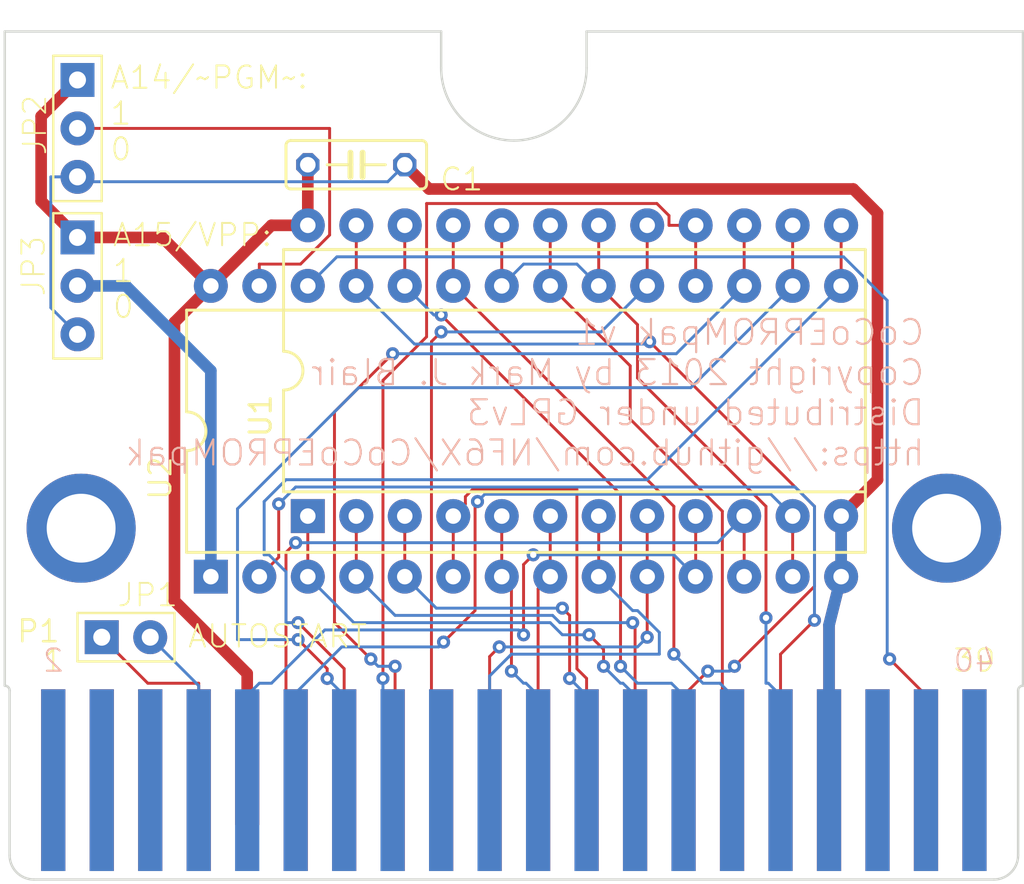
<source format=kicad_pcb>
(kicad_pcb (version 20211014) (generator pcbnew)
  (layers (0 "F.Cu" signal) (31 "B.Cu" signal) (34 "B.Paste" user) (35 "F.Paste" user) (36 "B.SilkS" user "B.Silkscreen") (37 "F.SilkS" user "F.Silkscreen") (38 "B.Mask" user) (39 "F.Mask" user) (44 "Edge.Cuts" user))
  (net 0 "")
  (net 1 "GND")
  (net 2 "+5V")
  (net 3 "N$2")
  (net 4 "N$4")
  (net 5 "N$5")
  (net 6 "A0")
  (net 7 "A1")
  (net 8 "A2")
  (net 9 "A3")
  (net 10 "A4")
  (net 11 "A5")
  (net 12 "A6")
  (net 13 "A7")
  (net 14 "A8")
  (net 15 "A9")
  (net 16 "A10")
  (net 17 "A11")
  (net 18 "A12")
  (net 19 "A13")
  (net 20 "D0")
  (net 21 "D1")
  (net 22 "D2")
  (net 23 "D3")
  (net 24 "D4")
  (net 25 "D5")
  (net 26 "D6")
  (net 27 "D7")
  (net 28 "N$1")
  (net 29 "N$3")
  (footprint "CoCoEPROMpak:C050-025X075" (layer "F.Cu") (at 140.2461 89.7636)
    (fp_text reference "C1" (at 4.318 0.762) (layer "F.SilkS") (effects (font (size 1.1557 1.1557) (thickness 0.1143)) (justify left)))
    (fp_text value "0.1" hide)
    (fp_line (start -0.3048 0) (end -1.524 0) (layer "F.SilkS") (width 0.1524))
    (fp_line (start -3.683 -1.016) (end -3.683 1.016) (layer "F.SilkS") (width 0.1524))
    (fp_line (start -0.3048 -0.635) (end -0.3048 0) (layer "F.SilkS") (width 0.3048))
    (fp_line (start -3.429 1.27) (end 3.429 1.27) (layer "F.SilkS") (width 0.1524))
    (fp_line (start 0.3302 0) (end 1.524 0) (layer "F.SilkS") (width 0.1524))
    (fp_line (start -0.3048 0) (end -0.3048 0.635) (layer "F.SilkS") (width 0.3048))
    (fp_line (start 0.3302 0) (end 0.3302 0.635) (layer "F.SilkS") (width 0.3048))
    (fp_line (start 0.3302 -0.635) (end 0.3302 0) (layer "F.SilkS") (width 0.3048))
    (fp_line (start 3.683 1.016) (end 3.683 -1.016) (layer "F.SilkS") (width 0.1524))
    (fp_line (start 3.429 -1.27) (end -3.429 -1.27) (layer "F.SilkS") (width 0.1524))
    (fp_arc (start 3.683 1.016) (mid 3.608605 1.195605) (end 3.429 1.27) (layer "F.SilkS") (width 0.1524))
    (fp_arc (start -3.683 -1.016) (mid -3.608605 -1.195605) (end -3.429 -1.27) (layer "F.SilkS") (width 0.1524))
    (fp_arc (start 3.429 -1.27) (mid 3.608605 -1.195605) (end 3.683 -1.016) (layer "F.SilkS") (width 0.1524))
    (fp_arc (start -3.429 1.27) (mid -3.608605 1.195605) (end -3.683 1.016) (layer "F.SilkS") (width 0.1524))
    (pad "1" thru_hole roundrect (at -2.54 0) (size 1.2192 1.2192) (drill 0.8128) (layers *.Cu *.Mask) (chamfer_ratio 0.2928932188) (chamfer top_left top_right bottom_left bottom_right) (net 2 "+5V"))
    (pad "2" thru_hole roundrect (at 2.54 0) (size 1.2192 1.2192) (drill 0.8128) (layers *.Cu *.Mask) (chamfer_ratio 0.2928932188) (chamfer top_left top_right bottom_left bottom_right) (net 1 "GND"))
  )
  (footprint "CoCoEPROMpak:DIL28" (layer "F.Cu") (at 149.1361 103.7336)
    (fp_text reference "U2" (at -19.157731 3.683 90) (layer "F.SilkS") (effects (font (size 1.139139 1.139139) (thickness 0.130861)) (justify left)))
    (fp_text value "27512" hide)
    (fp_line (start -17.78 6.35) (end 17.78 6.35) (layer "F.SilkS") (width 0.1524))
    (fp_line (start 17.78 -6.35) (end 17.78 6.35) (layer "F.SilkS") (width 0.1524))
    (fp_line (start 17.78 -6.35) (end -17.78 -6.35) (layer "F.SilkS") (width 0.1524))
    (fp_line (start -17.78 -6.35) (end -17.78 -1.016) (layer "F.SilkS") (width 0.1524))
    (fp_line (start -17.78 6.35) (end -17.78 1.016) (layer "F.SilkS") (width 0.1524))
    (fp_arc (start -17.78 -1.016) (mid -16.764 0) (end -17.78 1.016) (layer "F.SilkS") (width 0.1524))
    (pad "1" thru_hole rect (at -16.51 7.62 90) (size 1.778 1.778) (drill 0.8128) (layers *.Cu *.Mask) (net 29 "N$3"))
    (pad "2" thru_hole circle (at -13.97 7.62 90) (size 1.778 1.778) (drill 0.8128) (layers *.Cu *.Mask) (net 18 "A12"))
    (pad "3" thru_hole circle (at -11.43 7.62 90) (size 1.778 1.778) (drill 0.8128) (layers *.Cu *.Mask) (net 13 "A7"))
    (pad "4" thru_hole circle (at -8.89 7.62 90) (size 1.778 1.778) (drill 0.8128) (layers *.Cu *.Mask) (net 12 "A6"))
    (pad "5" thru_hole circle (at -6.35 7.62 90) (size 1.778 1.778) (drill 0.8128) (layers *.Cu *.Mask) (net 11 "A5"))
    (pad "6" thru_hole circle (at -3.81 7.62 90) (size 1.778 1.778) (drill 0.8128) (layers *.Cu *.Mask) (net 10 "A4"))
    (pad "7" thru_hole circle (at -1.27 7.62 90) (size 1.778 1.778) (drill 0.8128) (layers *.Cu *.Mask) (net 9 "A3"))
    (pad "8" thru_hole circle (at 1.27 7.62 90) (size 1.778 1.778) (drill 0.8128) (layers *.Cu *.Mask) (net 8 "A2"))
    (pad "9" thru_hole circle (at 3.81 7.62 90) (size 1.778 1.778) (drill 0.8128) (layers *.Cu *.Mask) (net 7 "A1"))
    (pad "10" thru_hole circle (at 6.35 7.62 90) (size 1.778 1.778) (drill 0.8128) (layers *.Cu *.Mask) (net 6 "A0"))
    (pad "11" thru_hole circle (at 8.89 7.62 90) (size 1.778 1.778) (drill 0.8128) (layers *.Cu *.Mask) (net 20 "D0"))
    (pad "12" thru_hole circle (at 11.43 7.62 90) (size 1.778 1.778) (drill 0.8128) (layers *.Cu *.Mask) (net 21 "D1"))
    (pad "13" thru_hole circle (at 13.97 7.62 90) (size 1.778 1.778) (drill 0.8128) (layers *.Cu *.Mask) (net 22 "D2"))
    (pad "14" thru_hole circle (at 16.51 7.62 90) (size 1.778 1.778) (drill 0.8128) (layers *.Cu *.Mask) (net 1 "GND"))
    (pad "15" thru_hole circle (at 16.51 -7.62 90) (size 1.778 1.778) (drill 0.8128) (layers *.Cu *.Mask) (net 23 "D3"))
    (pad "16" thru_hole circle (at 13.97 -7.62 90) (size 1.778 1.778) (drill 0.8128) (layers *.Cu *.Mask) (net 24 "D4"))
    (pad "17" thru_hole circle (at 11.43 -7.62 90) (size 1.778 1.778) (drill 0.8128) (layers *.Cu *.Mask) (net 25 "D5"))
    (pad "18" thru_hole circle (at 8.89 -7.62 90) (size 1.778 1.778) (drill 0.8128) (layers *.Cu *.Mask) (net 26 "D6"))
    (pad "19" thru_hole circle (at 6.35 -7.62 90) (size 1.778 1.778) (drill 0.8128) (layers *.Cu *.Mask) (net 27 "D7"))
    (pad "20" thru_hole circle (at 3.81 -7.62 90) (size 1.778 1.778) (drill 0.8128) (layers *.Cu *.Mask) (net 3 "N$2"))
    (pad "21" thru_hole circle (at 1.27 -7.62 90) (size 1.778 1.778) (drill 0.8128) (layers *.Cu *.Mask) (net 16 "A10"))
    (pad "22" thru_hole circle (at -1.27 -7.62 90) (size 1.778 1.778) (drill 0.8128) (layers *.Cu *.Mask) (net 3 "N$2"))
    (pad "23" thru_hole circle (at -3.81 -7.62 90) (size 1.778 1.778) (drill 0.8128) (layers *.Cu *.Mask) (net 17 "A11"))
    (pad "24" thru_hole circle (at -6.35 -7.62 90) (size 1.778 1.778) (drill 0.8128) (layers *.Cu *.Mask) (net 15 "A9"))
    (pad "25" thru_hole circle (at -8.89 -7.62 90) (size 1.778 1.778) (drill 0.8128) (layers *.Cu *.Mask) (net 14 "A8"))
    (pad "26" thru_hole circle (at -11.43 -7.62 90) (size 1.778 1.778) (drill 0.8128) (layers *.Cu *.Mask) (net 19 "A13"))
    (pad "27" thru_hole circle (at -13.97 -7.62 90) (size 1.778 1.778) (drill 0.8128) (layers *.Cu *.Mask) (net 28 "N$1"))
    (pad "28" thru_hole circle (at -16.51 -7.62 90) (size 1.778 1.778) (drill 0.8128) (layers *.Cu *.Mask) (net 2 "+5V"))
  )
  (footprint "CoCoEPROMpak:DIL24" (layer "F.Cu") (at 151.6761 100.5586)
    (fp_text reference "U1" (at -16.444055 3.5814 90) (layer "F.SilkS") (effects (font (size 1.10998 1.10998) (thickness 0.16002)) (justify left)))
    (fp_text value "2732" hide)
    (fp_line (start 15.24 -6.35) (end 15.24 6.35) (layer "F.SilkS") (width 0.1524))
    (fp_line (start -15.24 -6.35) (end -15.24 -1.016) (layer "F.SilkS") (width 0.1524))
    (fp_line (start 15.24 -6.35) (end -15.24 -6.35) (layer "F.SilkS") (width 0.1524))
    (fp_line (start -15.24 6.35) (end -15.24 1.016) (layer "F.SilkS") (width 0.1524))
    (fp_line (start -15.24 6.35) (end 15.24 6.35) (layer "F.SilkS") (width 0.1524))
    (fp_arc (start -15.24 -1.016) (mid -14.224 0) (end -15.24 1.016) (layer "F.SilkS") (width 0.1524))
    (pad "1" thru_hole rect (at -13.97 7.62 90) (size 1.778 1.778) (drill 0.8128) (layers *.Cu *.Mask) (net 13 "A7"))
    (pad "2" thru_hole circle (at -11.43 7.62 90) (size 1.778 1.778) (drill 0.8128) (layers *.Cu *.Mask) (net 12 "A6"))
    (pad "3" thru_hole circle (at -8.89 7.62 90) (size 1.778 1.778) (drill 0.8128) (layers *.Cu *.Mask) (net 11 "A5"))
    (pad "4" thru_hole circle (at -6.35 7.62 90) (size 1.778 1.778) (drill 0.8128) (layers *.Cu *.Mask) (net 10 "A4"))
    (pad "5" thru_hole circle (at -3.81 7.62 90) (size 1.778 1.778) (drill 0.8128) (layers *.Cu *.Mask) (net 9 "A3"))
    (pad "6" thru_hole circle (at -1.27 7.62 90) (size 1.778 1.778) (drill 0.8128) (layers *.Cu *.Mask) (net 8 "A2"))
    (pad "7" thru_hole circle (at 1.27 7.62 90) (size 1.778 1.778) (drill 0.8128) (layers *.Cu *.Mask) (net 7 "A1"))
    (pad "8" thru_hole circle (at 3.81 7.62 90) (size 1.778 1.778) (drill 0.8128) (layers *.Cu *.Mask) (net 6 "A0"))
    (pad "9" thru_hole circle (at 6.35 7.62 90) (size 1.778 1.778) (drill 0.8128) (layers *.Cu *.Mask) (net 20 "D0"))
    (pad "10" thru_hole circle (at 8.89 7.62 90) (size 1.778 1.778) (drill 0.8128) (layers *.Cu *.Mask) (net 21 "D1"))
    (pad "11" thru_hole circle (at 11.43 7.62 90) (size 1.778 1.778) (drill 0.8128) (layers *.Cu *.Mask) (net 22 "D2"))
    (pad "12" thru_hole circle (at 13.97 7.62 90) (size 1.778 1.778) (drill 0.8128) (layers *.Cu *.Mask) (net 1 "GND"))
    (pad "13" thru_hole circle (at 13.97 -7.62 90) (size 1.778 1.778) (drill 0.8128) (layers *.Cu *.Mask) (net 23 "D3"))
    (pad "14" thru_hole circle (at 11.43 -7.62 90) (size 1.778 1.778) (drill 0.8128) (layers *.Cu *.Mask) (net 24 "D4"))
    (pad "15" thru_hole circle (at 8.89 -7.62 90) (size 1.778 1.778) (drill 0.8128) (layers *.Cu *.Mask) (net 25 "D5"))
    (pad "16" thru_hole circle (at 6.35 -7.62 90) (size 1.778 1.778) (drill 0.8128) (layers *.Cu *.Mask) (net 26 "D6"))
    (pad "17" thru_hole circle (at 3.81 -7.62 90) (size 1.778 1.778) (drill 0.8128) (layers *.Cu *.Mask) (net 27 "D7"))
    (pad "18" thru_hole circle (at 1.27 -7.62 90) (size 1.778 1.778) (drill 0.8128) (layers *.Cu *.Mask) (net 3 "N$2"))
    (pad "19" thru_hole circle (at -1.27 -7.62 90) (size 1.778 1.778) (drill 0.8128) (layers *.Cu *.Mask) (net 16 "A10"))
    (pad "20" thru_hole circle (at -3.81 -7.62 90) (size 1.778 1.778) (drill 0.8128) (layers *.Cu *.Mask) (net 3 "N$2"))
    (pad "21" thru_hole circle (at -6.35 -7.62 90) (size 1.778 1.778) (drill 0.8128) (layers *.Cu *.Mask) (net 17 "A11"))
    (pad "22" thru_hole circle (at -8.89 -7.62 90) (size 1.778 1.778) (drill 0.8128) (layers *.Cu *.Mask) (net 15 "A9"))
    (pad "23" thru_hole circle (at -11.43 -7.62 90) (size 1.778 1.778) (drill 0.8128) (layers *.Cu *.Mask) (net 14 "A8"))
    (pad "24" thru_hole circle (at -13.97 -7.62 90) (size 1.778 1.778) (drill 0.8128) (layers *.Cu *.Mask) (net 2 "+5V"))
  )
  (footprint "CoCoEPROMpak:COCO-CART-2.1X1.75" (layer "F.Cu") (at 121.8311 127.2286)
    (fp_text reference "P1" (at 0.563188 -13.012054) (layer "F.SilkS") (effects (font (size 1.139139 1.139139) (thickness 0.130861)) (justify left)))
    (fp_text value "COCO-CART" hide)
    (fp_text user "2" (at 2.54 -10.795) (layer "B.SilkS") (effects (font (size 1.1684 1.1684) (thickness 0.1016)) (justify bottom mirror)))
    (fp_text user "40" (at 50.8 -10.795) (layer "B.SilkS") (effects (font (size 1.1684 1.1684) (thickness 0.1016)) (justify bottom mirror)))
    (fp_text user "1" (at 2.54 -10.795) (layer "F.SilkS") (effects (font (size 1.1684 1.1684) (thickness 0.1016)) (justify bottom)))
    (fp_text user "39" (at 50.8 -10.795) (layer "F.SilkS") (effects (font (size 1.1684 1.1684) (thickness 0.1016)) (justify bottom)))
    (fp_line (start 22.86 -44.45) (end 0 -44.45) (layer "Edge.Cuts") (width 0.127))
    (fp_line (start 0.254 -9.906) (end 0.254 -1.27) (layer "Edge.Cuts") (width 0.127))
    (fp_line (start 30.48 -44.45) (end 30.48 -42.545) (layer "Edge.Cuts") (width 0.127))
    (fp_line (start 53.34 -44.45) (end 30.48 -44.45) (layer "Edge.Cuts") (width 0.127))
    (fp_line (start 22.86 -42.545) (end 22.86 -44.45) (layer "Edge.Cuts") (width 0.127))
    (fp_line (start 53.34 -10.16) (end 53.34 -44.45) (layer "Edge.Cuts") (width 0.127))
    (fp_line (start 0 -44.45) (end 0 -10.16) (layer "Edge.Cuts") (width 0.127))
    (fp_line (start 1.524 0) (end 51.816 0) (layer "Edge.Cuts") (width 0.127))
    (fp_line (start 53.086 -1.27) (end 53.086 -9.906) (layer "Edge.Cuts") (width 0.127))
    (fp_arc (start 1.524 0) (mid 0.625974 -0.371974) (end 0.254 -1.27) (layer "Edge.Cuts") (width 0.127))
    (fp_arc (start 30.48 -42.545) (mid 29.364077 -39.850923) (end 26.67 -38.735) (layer "Edge.Cuts") (width 0.127))
    (fp_arc (start 53.086 -9.906) (mid 53.160395 -10.085605) (end 53.34 -10.16) (layer "Edge.Cuts") (width 0.127))
    (fp_arc (start 53.086 -1.27) (mid 52.714026 -0.371974) (end 51.816 0) (layer "Edge.Cuts") (width 0.127))
    (fp_arc (start 0 -10.16) (mid 0.179605 -10.085605) (end 0.254 -9.906) (layer "Edge.Cuts") (width 0.127))
    (fp_arc (start 26.67 -38.735) (mid 23.975923 -39.850923) (end 22.86 -42.545) (layer "Edge.Cuts") (width 0.127))
    (pad "1" smd rect (at 2.54 -5.207) (size 1.27 9.525) (layers "F.Cu" "F.Mask"))
    (pad "2" smd rect (at 2.54 -5.207) (size 1.27 9.525) (layers "B.Cu" "B.Mask"))
    (pad "3" smd rect (at 5.08 -5.207) (size 1.27 9.525) (layers "F.Cu" "F.Mask"))
    (pad "4" smd rect (at 5.08 -5.207) (size 1.27 9.525) (layers "B.Cu" "B.Mask"))
    (pad "5" smd rect (at 7.62 -5.207) (size 1.27 9.525) (layers "F.Cu" "F.Mask"))
    (pad "6" smd rect (at 7.62 -5.207) (size 1.27 9.525) (layers "B.Cu" "B.Mask"))
    (pad "7" smd rect (at 10.16 -5.207) (size 1.27 9.525) (layers "F.Cu" "F.Mask") (net 5 "N$5"))
    (pad "8" smd rect (at 10.16 -5.207) (size 1.27 9.525) (layers "B.Cu" "B.Mask") (net 4 "N$4"))
    (pad "9" smd rect (at 12.7 -6.35) (size 1.27 6.985) (layers "F.Cu" "F.Mask") (net 2 "+5V"))
    (pad "10" smd rect (at 12.7 -5.207) (size 1.27 9.525) (layers "B.Cu" "B.Mask") (net 20 "D0"))
    (pad "11" smd rect (at 15.24 -5.207) (size 1.27 9.525) (layers "F.Cu" "F.Mask") (net 21 "D1"))
    (pad "12" smd rect (at 15.24 -5.207) (size 1.27 9.525) (layers "B.Cu" "B.Mask") (net 22 "D2"))
    (pad "13" smd rect (at 17.78 -5.207) (size 1.27 9.525) (layers "F.Cu" "F.Mask") (net 23 "D3"))
    (pad "14" smd rect (at 17.78 -5.207) (size 1.27 9.525) (layers "B.Cu" "B.Mask") (net 24 "D4"))
    (pad "15" smd rect (at 20.32 -5.207) (size 1.27 9.525) (layers "F.Cu" "F.Mask") (net 25 "D5"))
    (pad "16" smd rect (at 20.32 -5.207) (size 1.27 9.525) (layers "B.Cu" "B.Mask") (net 26 "D6"))
    (pad "17" smd rect (at 22.86 -5.207) (size 1.27 9.525) (layers "F.Cu" "F.Mask") (net 27 "D7"))
    (pad "18" smd rect (at 22.86 -5.207) (size 1.27 9.525) (layers "B.Cu" "B.Mask"))
    (pad "19" smd rect (at 25.4 -5.207) (size 1.27 9.525) (layers "F.Cu" "F.Mask") (net 6 "A0"))
    (pad "20" smd rect (at 25.4 -5.207) (size 1.27 9.525) (layers "B.Cu" "B.Mask") (net 7 "A1"))
    (pad "21" smd rect (at 27.94 -5.207) (size 1.27 9.525) (layers "F.Cu" "F.Mask") (net 8 "A2"))
    (pad "22" smd rect (at 27.94 -5.207) (size 1.27 9.525) (layers "B.Cu" "B.Mask") (net 9 "A3"))
    (pad "23" smd rect (at 30.48 -5.207) (size 1.27 9.525) (layers "F.Cu" "F.Mask") (net 10 "A4"))
    (pad "24" smd rect (at 30.48 -5.207) (size 1.27 9.525) (layers "B.Cu" "B.Mask") (net 11 "A5"))
    (pad "25" smd rect (at 33.02 -5.207) (size 1.27 9.525) (layers "F.Cu" "F.Mask") (net 12 "A6"))
    (pad "26" smd rect (at 33.02 -5.207) (size 1.27 9.525) (layers "B.Cu" "B.Mask") (net 13 "A7"))
    (pad "27" smd rect (at 35.56 -5.207) (size 1.27 9.525) (layers "F.Cu" "F.Mask") (net 14 "A8"))
    (pad "28" smd rect (at 35.56 -5.207) (size 1.27 9.525) (layers "B.Cu" "B.Mask") (net 15 "A9"))
    (pad "29" smd rect (at 38.1 -5.207) (size 1.27 9.525) (layers "F.Cu" "F.Mask") (net 16 "A10"))
    (pad "30" smd rect (at 38.1 -5.207) (size 1.27 9.525) (layers "B.Cu" "B.Mask") (net 17 "A11"))
    (pad "31" smd rect (at 40.64 -5.207) (size 1.27 9.525) (layers "F.Cu" "F.Mask") (net 18 "A12"))
    (pad "32" smd rect (at 40.64 -5.207) (size 1.27 9.525) (layers "B.Cu" "B.Mask") (net 3 "N$2"))
    (pad "33" smd rect (at 43.18 -5.207) (size 1.27 9.525) (layers "F.Cu" "F.Mask") (net 1 "GND"))
    (pad "34" smd rect (at 43.18 -5.207) (size 1.27 9.525) (layers "B.Cu" "B.Mask") (net 1 "GND"))
    (pad "35" smd rect (at 45.72 -5.207) (size 1.27 9.525) (layers "F.Cu" "F.Mask"))
    (pad "36" smd rect (at 45.72 -5.207) (size 1.27 9.525) (layers "B.Cu" "B.Mask"))
    (pad "37" smd rect (at 48.26 -5.207) (size 1.27 9.525) (layers "F.Cu" "F.Mask") (net 19 "A13"))
    (pad "38" smd rect (at 48.26 -5.207) (size 1.27 9.525) (layers "B.Cu" "B.Mask"))
    (pad "39" smd rect (at 50.8 -5.207) (size 1.27 9.525) (layers "F.Cu" "F.Mask"))
    (pad "40" smd rect (at 50.8 -5.207) (size 1.27 9.525) (layers "B.Cu" "B.Mask"))
    (pad "MTG1" thru_hole circle (at 4.0005 -18.415) (size 5.715 5.715) (drill 3.6068) (layers *.Cu *.Mask))
    (pad "MTG2" thru_hole circle (at 49.3395 -18.415) (size 5.715 5.715) (drill 3.6068) (layers *.Cu *.Mask))
  )
  (footprint "CoCoEPROMpak:JP3-100MIL" (layer "F.Cu") (at 125.6411 85.3186)
    (fp_text reference "JP2" (at -2.232851 4.020555 90) (layer "F.SilkS") (effects (font (size 1.176528 1.176528) (thickness 0.093472)) (justify left)))
    (fp_text value "JP3" hide)
    (fp_line (start -1.27 -1.27) (end 1.27 -1.27) (layer "F.SilkS") (width 0.127))
    (fp_line (start -1.27 6.35) (end -1.27 -1.27) (layer "F.SilkS") (width 0.127))
    (fp_line (start 1.27 -1.27) (end 1.27 6.35) (layer "F.SilkS") (width 0.127))
    (fp_line (start 1.27 6.35) (end -1.27 6.35) (layer "F.SilkS") (width 0.127))
    (pad "1" thru_hole rect (at 0 0) (size 1.778 1.778) (drill 0.889) (layers *.Cu *.Mask) (net 2 "+5V"))
    (pad "2" thru_hole circle (at 0 2.54) (size 1.778 1.778) (drill 0.889) (layers *.Cu *.Mask) (net 28 "N$1"))
    (pad "3" thru_hole circle (at 0 5.08) (size 1.778 1.778) (drill 0.889) (layers *.Cu *.Mask) (net 1 "GND"))
  )
  (footprint "CoCoEPROMpak:JP3-100MIL" (layer "F.Cu") (at 125.6411 93.5736)
    (fp_text reference "JP3" (at -2.306043 3.15801 90) (layer "F.SilkS") (effects (font (size 1.176528 1.176528) (thickness 0.093472)) (justify left)))
    (fp_text value "JP3" hide)
    (fp_line (start -1.27 6.35) (end -1.27 -1.27) (layer "F.SilkS") (width 0.127))
    (fp_line (start 1.27 6.35) (end -1.27 6.35) (layer "F.SilkS") (width 0.127))
    (fp_line (start -1.27 -1.27) (end 1.27 -1.27) (layer "F.SilkS") (width 0.127))
    (fp_line (start 1.27 -1.27) (end 1.27 6.35) (layer "F.SilkS") (width 0.127))
    (pad "1" thru_hole rect (at 0 0) (size 1.778 1.778) (drill 0.889) (layers *.Cu *.Mask) (net 2 "+5V"))
    (pad "2" thru_hole circle (at 0 2.54) (size 1.778 1.778) (drill 0.889) (layers *.Cu *.Mask) (net 29 "N$3"))
    (pad "3" thru_hole circle (at 0 5.08) (size 1.778 1.778) (drill 0.889) (layers *.Cu *.Mask) (net 1 "GND"))
  )
  (footprint "CoCoEPROMpak:JP2-100MIL" (layer "F.Cu") (at 126.9111 114.5286 90)
    (fp_text reference "JP1" (at 2.212509 0.750753) (layer "F.SilkS") (effects (font (size 1.176528 1.176528) (thickness 0.093472)) (justify left)))
    (fp_text value "JP2" hide)
    (fp_line (start -1.27 -1.27) (end 1.27 -1.27) (layer "F.SilkS") (width 0.127))
    (fp_line (start -1.27 3.81) (end -1.27 -1.27) (layer "F.SilkS") (width 0.127))
    (fp_line (start 1.27 3.81) (end -1.27 3.81) (layer "F.SilkS") (width 0.127))
    (fp_line (start 1.27 -1.27) (end 1.27 3.81) (layer "F.SilkS") (width 0.127))
    (pad "1" thru_hole rect (at 0 0 90) (size 1.778 1.778) (drill 0.889) (layers *.Cu *.Mask) (net 5 "N$5"))
    (pad "2" thru_hole circle (at 0 2.54 90) (size 1.778 1.778) (drill 0.889) (layers *.Cu *.Mask) (net 4 "N$4"))
  )
  (gr_text "CoCoEPROMpak v1\nCopyright 2013 by Mark J. Blair\nDistributed under GPLv3\nhttps://github.com/NF6X/CoCoEPROMpak" (at 170.0911 105.6386) (layer "B.SilkS") (effects (font (size 1.308608 1.308608) (thickness 0.113792)) (justify left bottom mirror)))
  (gr_text "AUTOSTART" (at 131.3561 115.1636) (layer "F.SilkS") (effects (font (size 1.1684 1.1684) (thickness 0.1016)) (justify left bottom)))
  (gr_text "A14/~PGM~:\n1\n0" (at 127.2921 89.6366) (layer "F.SilkS") (effects (font (size 1.1684 1.1684) (thickness 0.1016)) (justify left bottom)))
  (gr_text "A15/VPP:\n1\n0" (at 127.4191 97.8916) (layer "F.SilkS") (effects (font (size 1.1684 1.1684) (thickness 0.1016)) (justify left bottom)))
  (segment (start 166.2811 91.0336) (end 167.5511 92.3036) (width 0.6096) (layer "F.Cu") (net 1))
  (segment (start 144.0561 91.0336) (end 166.2811 91.0336) (width 0.6096) (layer "F.Cu") (net 1))
  (segment (start 165.6461 111.3536) (end 165.6461 108.1786) (width 0.6096) (layer "F.Cu") (net 1))
  (segment (start 165.0111 122.0216) (end 165.0111 113.8936) (width 0.6096) (layer "F.Cu") (net 1))
  (segment (start 165.0111 113.8936) (end 165.6461 111.3536) (width 0.6096) (layer "F.Cu") (net 1))
  (segment (start 167.5511 92.3036) (end 167.5511 106.2736) (width 0.6096) (layer "F.Cu") (net 1))
  (segment (start 167.5511 106.2736) (end 165.6461 108.1786) (width 0.6096) (layer "F.Cu") (net 1))
  (segment (start 142.7861 89.7636) (end 144.0561 91.0336) (width 0.6096) (layer "F.Cu") (net 1))
  (segment (start 124.2441 90.3986) (end 124.2441 97.2566) (width 0.1524) (layer "B.Cu") (net 1))
  (segment (start 142.7861 89.7636) (end 141.8971 90.6526) (width 0.1524) (layer "B.Cu") (net 1))
  (segment (start 165.0111 113.8936) (end 165.6461 111.3536) (width 0.6096) (layer "B.Cu") (net 1))
  (segment (start 125.8951 90.6526) (end 125.6411 90.3986) (width 0.1524) (layer "B.Cu") (net 1))
  (segment (start 125.6411 90.3986) (end 124.2441 90.3986) (width 0.1524) (layer "B.Cu") (net 1))
  (segment (start 141.8971 90.6526) (end 125.8951 90.6526) (width 0.1524) (layer "B.Cu") (net 1))
  (segment (start 165.6461 108.1786) (end 165.6461 111.3536) (width 0.6096) (layer "B.Cu") (net 1))
  (segment (start 165.0111 122.0216) (end 165.0111 113.8936) (width 0.6096) (layer "B.Cu") (net 1))
  (segment (start 124.2441 97.2566) (end 125.6411 98.6536) (width 0.1524) (layer "B.Cu") (net 1))
  (segment (start 132.6261 96.1136) (end 130.0861 93.5736) (width 0.6096) (layer "F.Cu") (net 2))
  (segment (start 135.8011 92.9386) (end 132.6261 96.1136) (width 0.6096) (layer "F.Cu") (net 2))
  (segment (start 130.7211 112.6236) (end 130.7211 98.0186) (width 0.6096) (layer "F.Cu") (net 2))
  (segment (start 130.7211 98.0186) (end 132.6261 96.1136) (width 0.6096) (layer "F.Cu") (net 2))
  (segment (start 123.7361 87.2236) (end 125.6411 85.3186) (width 0.6096) (layer "F.Cu") (net 2))
  (segment (start 134.5311 120.8786) (end 134.5311 116.4336) (width 0.6096) (layer "F.Cu") (net 2))
  (segment (start 130.0861 93.5736) (end 125.6411 93.5736) (width 0.6096) (layer "F.Cu") (net 2))
  (segment (start 123.7361 91.6686) (end 123.7361 87.2236) (width 0.6096) (layer "F.Cu") (net 2))
  (segment (start 137.7061 89.7636) (end 137.7061 92.9386) (width 0.6096) (layer "F.Cu") (net 2))
  (segment (start 137.7061 92.9386) (end 135.8011 92.9386) (width 0.6096) (layer "F.Cu") (net 2))
  (segment (start 125.6411 93.5736) (end 123.7361 91.6686) (width 0.6096) (layer "F.Cu") (net 2))
  (segment (start 134.5311 116.4336) (end 130.7211 112.6236) (width 0.6096) (layer "F.Cu") (net 2))
  (segment (start 161.7091 113.5126) (end 161.7091 107.6706) (width 0.1524) (layer "F.Cu") (net 3))
  (segment (start 154.9781 98.1456) (end 152.9461 96.1136) (width 0.1524) (layer "F.Cu") (net 3))
  (segment (start 154.9781 100.9396) (end 154.9781 98.1456) (width 0.1524) (layer "F.Cu") (net 3))
  (segment (start 152.9461 92.9386) (end 152.9461 96.1136) (width 0.1524) (layer "F.Cu") (net 3))
  (segment (start 161.7091 107.6706) (end 154.9781 100.9396) (width 0.1524) (layer "F.Cu") (net 3))
  (segment (start 147.8661 92.9386) (end 147.8661 96.1136) (width 0.1524) (layer "F.Cu") (net 3))
  (via (at 161.7091 113.5126) (size 0.6858) (drill 0.3302) (layers "F.Cu" "B.Cu") (net 3))
  (segment (start 162.4711 117.5766) (end 161.8361 116.9416) (width 0.1524) (layer "B.Cu") (net 3))
  (segment (start 149.0091 94.9706) (end 147.8661 96.1136) (width 0.1524) (layer "B.Cu") (net 3))
  (segment (start 162.4711 122.0216) (end 162.4711 117.5766) (width 0.1524) (layer "B.Cu") (net 3))
  (segment (start 161.8361 116.9416) (end 161.7091 116.9416) (width 0.1524) (layer "B.Cu") (net 3))
  (segment (start 151.8031 94.9706) (end 149.0091 94.9706) (width 0.1524) (layer "B.Cu") (net 3))
  (segment (start 152.9461 96.1136) (end 151.8031 94.9706) (width 0.1524) (layer "B.Cu") (net 3))
  (segment (start 161.7091 116.9416) (end 161.7091 113.5126) (width 0.1524) (layer "B.Cu") (net 3))
  (segment (start 131.9911 117.0686) (end 129.4511 114.5286) (width 0.1524) (layer "B.Cu") (net 4))
  (segment (start 131.9911 122.0216) (end 131.9911 117.0686) (width 0.1524) (layer "B.Cu") (net 4))
  (segment (start 131.9911 122.0216) (end 131.9911 116.9416) (width 0.1524) (layer "F.Cu") (net 5))
  (segment (start 131.9911 116.9416) (end 129.3241 116.9416) (width 0.1524) (layer "F.Cu") (net 5))
  (segment (start 129.3241 116.9416) (end 126.9111 114.5286) (width 0.1524) (layer "F.Cu") (net 5))
  (segment (start 155.4861 114.5286) (end 155.4861 111.3536) (width 0.1524) (layer "F.Cu") (net 6))
  (segment (start 155.4861 108.1786) (end 155.4861 111.3536) (width 0.1524) (layer "F.Cu") (net 6))
  (segment (start 147.2311 122.0216) (end 147.2311 115.5446) (width 0.1524) (layer "F.Cu") (net 6))
  (segment (start 147.2311 115.5446) (end 147.7391 115.0366) (width 0.1524) (layer "F.Cu") (net 6))
  (via (at 147.7391 115.0366) (size 0.6858) (drill 0.3302) (layers "F.Cu" "B.Cu") (net 6))
  (via (at 155.4861 114.5286) (size 0.6858) (drill 0.3302) (layers "F.Cu" "B.Cu") (net 6))
  (segment (start 154.9781 115.0366) (end 155.4861 114.5286) (width 0.1524) (layer "B.Cu") (net 6))
  (segment (start 147.7391 115.0366) (end 154.9781 115.0366) (width 0.1524) (layer "B.Cu") (net 6))
  (segment (start 152.9461 108.1786) (end 152.9461 111.3536) (width 0.1524) (layer "F.Cu") (net 7))
  (segment (start 156.1211 115.4176) (end 156.1211 114.2746) (width 0.1524) (layer "B.Cu") (net 7))
  (segment (start 154.7241 113.1316) (end 152.9461 111.3536) (width 0.1524) (layer "B.Cu") (net 7))
  (segment (start 156.1211 114.2746) (end 154.9781 113.1316) (width 0.1524) (layer "B.Cu") (net 7))
  (segment (start 147.2311 116.5606) (end 148.3741 115.4176) (width 0.1524) (layer "B.Cu") (net 7))
  (segment (start 147.2311 122.0216) (end 147.2311 116.5606) (width 0.1524) (layer "B.Cu") (net 7))
  (segment (start 148.3741 115.4176) (end 156.1211 115.4176) (width 0.1524) (layer "B.Cu") (net 7))
  (segment (start 154.9781 113.1316) (end 154.7241 113.1316) (width 0.1524) (layer "B.Cu") (net 7))
  (segment (start 149.7711 111.9886) (end 150.4061 111.3536) (width 0.1524) (layer "F.Cu") (net 8))
  (segment (start 149.7711 122.0216) (end 149.7711 111.9886) (width 0.1524) (layer "F.Cu") (net 8))
  (segment (start 150.4061 108.1786) (end 150.4061 111.3536) (width 0.1524) (layer "F.Cu") (net 8))
  (segment (start 148.3741 111.8616) (end 147.8661 111.3536) (width 0.1524) (layer "F.Cu") (net 9))
  (segment (start 147.8661 108.1786) (end 147.8661 111.3536) (width 0.1524) (layer "F.Cu") (net 9))
  (segment (start 148.3741 116.3066) (end 148.3741 111.8616) (width 0.1524) (layer "F.Cu") (net 9))
  (via (at 148.3741 116.3066) (size 0.6858) (drill 0.3302) (layers "F.Cu" "B.Cu") (net 9))
  (segment (start 149.0091 116.9416) (end 148.3741 116.3066) (width 0.1524) (layer "B.Cu") (net 9))
  (segment (start 149.7711 117.5766) (end 149.1361 116.9416) (width 0.1524) (layer "B.Cu") (net 9))
  (segment (start 149.1361 116.9416) (end 149.0091 116.9416) (width 0.1524) (layer "B.Cu") (net 9))
  (segment (start 149.7711 122.0216) (end 149.7711 117.5766) (width 0.1524) (layer "B.Cu") (net 9))
  (segment (start 152.3111 122.0216) (end 152.3111 116.6876) (width 0.1524) (layer "F.Cu") (net 10))
  (segment (start 151.8031 116.1796) (end 151.8031 106.7816) (width 0.1524) (layer "F.Cu") (net 10))
  (segment (start 145.9611 107.5436) (end 145.3261 108.1786) (width 0.1524) (layer "F.Cu") (net 10))
  (segment (start 151.8031 106.7816) (end 146.3421 106.7816) (width 0.1524) (layer "F.Cu") (net 10))
  (segment (start 152.3111 116.6876) (end 151.8031 116.1796) (width 0.1524) (layer "F.Cu") (net 10))
  (segment (start 145.3261 108.1786) (end 145.3261 111.3536) (width 0.1524) (layer "F.Cu") (net 10))
  (segment (start 145.9611 107.1626) (end 145.9611 107.5436) (width 0.1524) (layer "F.Cu") (net 10))
  (segment (start 146.3421 106.7816) (end 145.9611 107.1626) (width 0.1524) (layer "F.Cu") (net 10))
  (segment (start 151.4221 116.6876) (end 151.4221 113.3856) (width 0.1524) (layer "F.Cu") (net 11))
  (segment (start 142.7861 108.1786) (end 142.7861 111.3536) (width 0.1524) (layer "F.Cu") (net 11))
  (segment (start 151.4221 113.3856) (end 151.0411 113.0046) (width 0.1524) (layer "F.Cu") (net 11))
  (via (at 151.4221 116.6876) (size 0.6858) (drill 0.3302) (layers "F.Cu" "B.Cu") (net 11))
  (via (at 151.0411 113.0046) (size 0.6858) (drill 0.3302) (layers "F.Cu" "B.Cu") (net 11))
  (segment (start 144.4371 113.0046) (end 142.7861 111.3536) (width 0.1524) (layer "B.Cu") (net 11))
  (segment (start 152.3111 122.0216) (end 152.3111 117.5766) (width 0.1524) (layer "B.Cu") (net 11))
  (segment (start 151.0411 113.0046) (end 144.4371 113.0046) (width 0.1524) (layer "B.Cu") (net 11))
  (segment (start 152.3111 117.5766) (end 151.4221 116.6876) (width 0.1524) (layer "B.Cu") (net 11))
  (segment (start 154.8511 122.0216) (end 154.8511 113.8936) (width 0.1524) (layer "F.Cu") (net 12))
  (segment (start 140.2461 108.1786) (end 140.2461 111.3536) (width 0.1524) (layer "F.Cu") (net 12))
  (segment (start 154.8511 113.8936) (end 154.7241 113.7666) (width 0.1524) (layer "F.Cu") (net 12))
  (via (at 154.7241 113.7666) (size 0.6858) (drill 0.3302) (layers "F.Cu" "B.Cu") (net 12))
  (segment (start 142.2781 113.3856) (end 140.2461 111.3536) (width 0.1524) (layer "B.Cu") (net 12))
  (segment (start 154.7241 113.7666) (end 150.9141 113.7666) (width 0.1524) (layer "B.Cu") (net 12))
  (segment (start 150.5331 113.3856) (end 142.2781 113.3856) (width 0.1524) (layer "B.Cu") (net 12))
  (segment (start 150.9141 113.7666) (end 150.5331 113.3856) (width 0.1524) (layer "B.Cu") (net 12))
  (segment (start 137.7061 108.1786) (end 137.7061 111.3536) (width 0.1524) (layer "F.Cu") (net 13))
  (segment (start 153.2001 115.1636) (end 152.4381 114.4016) (width 0.1524) (layer "F.Cu") (net 13))
  (segment (start 153.2001 116.0526) (end 153.2001 115.1636) (width 0.1524) (layer "F.Cu") (net 13))
  (via (at 152.4381 114.4016) (size 0.6858) (drill 0.3302) (layers "F.Cu" "B.Cu") (net 13))
  (via (at 153.2001 116.0526) (size 0.6858) (drill 0.3302) (layers "F.Cu" "B.Cu") (net 13))
  (segment (start 154.0891 116.9416) (end 153.2001 116.0526) (width 0.1524) (layer "B.Cu") (net 13))
  (segment (start 140.1191 113.7666) (end 137.7061 111.3536) (width 0.1524) (layer "B.Cu") (net 13))
  (segment (start 152.4381 114.4016) (end 151.0411 114.4016) (width 0.1524) (layer "B.Cu") (net 13))
  (segment (start 151.0411 114.4016) (end 150.4061 113.7666) (width 0.1524) (layer "B.Cu") (net 13))
  (segment (start 154.8511 122.0216) (end 154.8511 117.5766) (width 0.1524) (layer "B.Cu") (net 13))
  (segment (start 154.2161 116.9416) (end 154.0891 116.9416) (width 0.1524) (layer "B.Cu") (net 13))
  (segment (start 150.4061 113.7666) (end 140.1191 113.7666) (width 0.1524) (layer "B.Cu") (net 13))
  (segment (start 154.8511 117.5766) (end 154.2161 116.9416) (width 0.1524) (layer "B.Cu") (net 13))
  (segment (start 157.3911 122.0216) (end 157.3911 117.5766) (width 0.1524) (layer "F.Cu") (net 14))
  (segment (start 164.2491 111.8616) (end 164.2491 107.6706) (width 0.1524) (layer "F.Cu") (net 14))
  (segment (start 164.2491 107.6706) (end 155.6131 99.0346) (width 0.1524) (layer "F.Cu") (net 14))
  (segment (start 140.2461 92.9386) (end 140.2461 96.1136) (width 0.1524) (layer "F.Cu") (net 14))
  (segment (start 160.0581 116.0526) (end 164.2491 111.8616) (width 0.1524) (layer "F.Cu") (net 14))
  (segment (start 157.3911 117.5766) (end 158.6611 116.3066) (width 0.1524) (layer "F.Cu") (net 14))
  (via (at 158.6611 116.3066) (size 0.6858) (drill 0.3302) (layers "F.Cu" "B.Cu") (net 14))
  (via (at 160.0581 116.0526) (size 0.6858) (drill 0.3302) (layers "F.Cu" "B.Cu") (net 14))
  (via (at 155.6131 99.0346) (size 0.6858) (drill 0.3302) (layers "F.Cu" "B.Cu") (net 14))
  (segment (start 159.8041 116.3066) (end 160.0581 116.0526) (width 0.1524) (layer "B.Cu") (net 14))
  (segment (start 143.2941 99.1616) (end 140.2461 96.1136) (width 0.1524) (layer "B.Cu") (net 14))
  (segment (start 155.4861 99.1616) (end 143.2941 99.1616) (width 0.1524) (layer "B.Cu") (net 14))
  (segment (start 155.6131 99.0346) (end 155.4861 99.1616) (width 0.1524) (layer "B.Cu") (net 14))
  (segment (start 158.6611 116.3066) (end 159.8041 116.3066) (width 0.1524) (layer "B.Cu") (net 14))
  (segment (start 154.0891 116.0526) (end 154.0891 107.0356) (width 0.1524) (layer "F.Cu") (net 15))
  (segment (start 154.0891 107.0356) (end 144.6911 97.6376) (width 0.1524) (layer "F.Cu") (net 15))
  (segment (start 142.7861 92.9386) (end 142.7861 96.1136) (width 0.1524) (layer "F.Cu") (net 15))
  (via (at 144.6911 97.6376) (size 0.6858) (drill 0.3302) (layers "F.Cu" "B.Cu") (net 15))
  (via (at 154.0891 116.0526) (size 0.6858) (drill 0.3302) (layers "F.Cu" "B.Cu") (net 15))
  (segment (start 154.9781 116.9416) (end 154.0891 116.0526) (width 0.1524) (layer "B.Cu") (net 15))
  (segment (start 156.7561 116.9416) (end 154.9781 116.9416) (width 0.1524) (layer "B.Cu") (net 15))
  (segment (start 157.3911 117.5766) (end 156.7561 116.9416) (width 0.1524) (layer "B.Cu") (net 15))
  (segment (start 144.3101 97.6376) (end 142.7861 96.1136) (width 0.1524) (layer "B.Cu") (net 15))
  (segment (start 157.3911 122.0216) (end 157.3911 117.5766) (width 0.1524) (layer "B.Cu") (net 15))
  (segment (start 144.6911 97.6376) (end 144.3101 97.6376) (width 0.1524) (layer "B.Cu") (net 15))
  (segment (start 154.5971 100.3046) (end 150.4061 96.1136) (width 0.1524) (layer "F.Cu") (net 16))
  (segment (start 154.5971 103.0986) (end 154.5971 100.3046) (width 0.1524) (layer "F.Cu") (net 16))
  (segment (start 159.4231 107.9246) (end 154.5971 103.0986) (width 0.1524) (layer "F.Cu") (net 16))
  (segment (start 150.4061 92.9386) (end 150.4061 96.1136) (width 0.1524) (layer "F.Cu") (net 16))
  (segment (start 159.4231 121.5136) (end 159.4231 107.9246) (width 0.1524) (layer "F.Cu") (net 16))
  (segment (start 159.9311 122.0216) (end 159.4231 121.5136) (width 0.1524) (layer "F.Cu") (net 16))
  (segment (start 145.3261 92.9386) (end 145.3261 96.1136) (width 0.1524) (layer "F.Cu") (net 17))
  (segment (start 156.8831 115.4176) (end 156.8831 107.6706) (width 0.1524) (layer "F.Cu") (net 17))
  (segment (start 156.8831 107.6706) (end 145.3261 96.1136) (width 0.1524) (layer "F.Cu") (net 17))
  (via (at 156.8831 115.4176) (size 0.6858) (drill 0.3302) (layers "F.Cu" "B.Cu") (net 17))
  (segment (start 159.9311 117.5766) (end 159.2961 116.9416) (width 0.1524) (layer "B.Cu") (net 17))
  (segment (start 159.9311 122.0216) (end 159.9311 117.5766) (width 0.1524) (layer "B.Cu") (net 17))
  (segment (start 158.4071 116.9416) (end 156.8831 115.4176) (width 0.1524) (layer "B.Cu") (net 17))
  (segment (start 159.2961 116.9416) (end 158.4071 116.9416) (width 0.1524) (layer "B.Cu") (net 17))
  (segment (start 136.1821 110.3376) (end 135.1661 111.3536) (width 0.1524) (layer "F.Cu") (net 18))
  (segment (start 136.1821 107.5436) (end 136.1821 110.3376) (width 0.1524) (layer "F.Cu") (net 18))
  (segment (start 162.4711 115.4176) (end 164.2491 113.6396) (width 0.1524) (layer "F.Cu") (net 18))
  (segment (start 162.4711 122.0216) (end 162.4711 115.4176) (width 0.1524) (layer "F.Cu") (net 18))
  (via (at 136.1821 107.5436) (size 0.6858) (drill 0.3302) (layers "F.Cu" "B.Cu") (net 18))
  (via (at 164.2491 113.6396) (size 0.6858) (drill 0.3302) (layers "F.Cu" "B.Cu") (net 18))
  (segment (start 164.2491 113.6396) (end 164.2491 107.6706) (width 0.1524) (layer "B.Cu") (net 18))
  (segment (start 164.2491 107.6706) (end 163.2331 106.6546) (width 0.1524) (layer "B.Cu") (net 18))
  (segment (start 163.2331 106.6546) (end 137.0711 106.6546) (width 0.1524) (layer "B.Cu") (net 18))
  (segment (start 137.0711 106.6546) (end 136.1821 107.5436) (width 0.1524) (layer "B.Cu") (net 18))
  (segment (start 170.0911 122.0216) (end 170.0911 117.5766) (width 0.1524) (layer "F.Cu") (net 19))
  (segment (start 170.0911 117.5766) (end 168.1861 115.6716) (width 0.1524) (layer "F.Cu") (net 19))
  (via (at 168.1861 115.6716) (size 0.6858) (drill 0.3302) (layers "F.Cu" "B.Cu") (net 19))
  (segment (start 139.2301 94.5896) (end 137.7061 96.1136) (width 0.1524) (layer "B.Cu") (net 19))
  (segment (start 168.1861 115.6716) (end 168.0591 115.6716) (width 0.1524) (layer "B.Cu") (net 19))
  (segment (start 168.0591 115.6716) (end 168.0591 96.8756) (width 0.1524) (layer "B.Cu") (net 19))
  (segment (start 168.0591 96.8756) (end 165.7731 94.5896) (width 0.1524) (layer "B.Cu") (net 19))
  (segment (start 165.7731 94.5896) (end 139.2301 94.5896) (width 0.1524) (layer "B.Cu") (net 19))
  (segment (start 149.0091 114.4016) (end 149.0091 110.7186) (width 0.1524) (layer "F.Cu") (net 20))
  (segment (start 149.0091 110.7186) (end 149.5171 110.2106) (width 0.1524) (layer "F.Cu") (net 20))
  (segment (start 158.0261 108.1786) (end 158.0261 111.3536) (width 0.1524) (layer "F.Cu") (net 20))
  (via (at 149.0091 114.4016) (size 0.6858) (drill 0.3302) (layers "F.Cu" "B.Cu") (net 20))
  (via (at 149.5171 110.2106) (size 0.6858) (drill 0.3302) (layers "F.Cu" "B.Cu") (net 20))
  (segment (start 138.5951 114.1476) (end 148.7551 114.1476) (width 0.1524) (layer "B.Cu") (net 20))
  (segment (start 156.8831 110.2106) (end 158.0261 111.3536) (width 0.1524) (layer "B.Cu") (net 20))
  (segment (start 134.5311 117.5766) (end 135.1661 116.9416) (width 0.1524) (layer "B.Cu") (net 20))
  (segment (start 135.8011 116.9416) (end 138.5951 114.1476) (width 0.1524) (layer "B.Cu") (net 20))
  (segment (start 134.5311 122.0216) (end 134.5311 117.5766) (width 0.1524) (layer "B.Cu") (net 20))
  (segment (start 135.1661 116.9416) (end 135.8011 116.9416) (width 0.1524) (layer "B.Cu") (net 20))
  (segment (start 149.5171 110.2106) (end 156.8831 110.2106) (width 0.1524) (layer "B.Cu") (net 20))
  (segment (start 148.7551 114.1476) (end 149.0091 114.4016) (width 0.1524) (layer "B.Cu") (net 20))
  (segment (start 137.0711 122.0216) (end 136.5631 121.5136) (width 0.1524) (layer "F.Cu") (net 21))
  (segment (start 160.5661 108.1786) (end 160.5661 111.3536) (width 0.1524) (layer "F.Cu") (net 21))
  (segment (start 136.5631 110.0836) (end 137.0711 109.5756) (width 0.1524) (layer "F.Cu") (net 21))
  (segment (start 136.5631 121.5136) (end 136.5631 110.0836) (width 0.1524) (layer "F.Cu") (net 21))
  (via (at 137.0711 109.5756) (size 0.6858) (drill 0.3302) (layers "F.Cu" "B.Cu") (net 21))
  (segment (start 159.1691 109.5756) (end 160.5661 108.1786) (width 0.1524) (layer "B.Cu") (net 21))
  (segment (start 137.0711 109.5756) (end 159.1691 109.5756) (width 0.1524) (layer "B.Cu") (net 21))
  (segment (start 144.8181 114.7826) (end 146.4691 113.1316) (width 0.1524) (layer "F.Cu") (net 22))
  (segment (start 146.4691 107.5436) (end 146.5961 107.4166) (width 0.1524) (layer "F.Cu") (net 22))
  (segment (start 163.1061 108.1786) (end 163.1061 111.3536) (width 0.1524) (layer "F.Cu") (net 22))
  (segment (start 146.4691 113.1316) (end 146.4691 107.5436) (width 0.1524) (layer "F.Cu") (net 22))
  (via (at 146.5961 107.4166) (size 0.6858) (drill 0.3302) (layers "F.Cu" "B.Cu") (net 22))
  (via (at 144.8181 114.7826) (size 0.6858) (drill 0.3302) (layers "F.Cu" "B.Cu") (net 22))
  (segment (start 144.5641 115.0366) (end 144.8181 114.7826) (width 0.1524) (layer "B.Cu") (net 22))
  (segment (start 139.4841 115.0366) (end 144.5641 115.0366) (width 0.1524) (layer "B.Cu") (net 22))
  (segment (start 137.0711 122.0216) (end 137.0711 117.4496) (width 0.1524) (layer "B.Cu") (net 22))
  (segment (start 146.5961 107.4166) (end 146.9771 107.0356) (width 0.1524) (layer "B.Cu") (net 22))
  (segment (start 146.9771 107.0356) (end 161.9631 107.0356) (width 0.1524) (layer "B.Cu") (net 22))
  (segment (start 137.0711 117.4496) (end 139.4841 115.0366) (width 0.1524) (layer "B.Cu") (net 22))
  (segment (start 161.9631 107.0356) (end 163.1061 108.1786) (width 0.1524) (layer "B.Cu") (net 22))
  (segment (start 139.6111 116.1796) (end 137.1981 113.7666) (width 0.1524) (layer "F.Cu") (net 23))
  (segment (start 139.6111 122.0216) (end 139.6111 116.1796) (width 0.1524) (layer "F.Cu") (net 23))
  (segment (start 165.6461 92.9386) (end 165.6461 96.1136) (width 0.1524) (layer "F.Cu") (net 23))
  (via (at 137.1981 113.7666) (size 0.6858) (drill 0.3302) (layers "F.Cu" "B.Cu") (net 23))
  (segment (start 155.4861 106.2736) (end 165.6461 96.1136) (width 0.1524) (layer "B.Cu") (net 23))
  (segment (start 137.1981 113.7666) (end 136.5631 113.7666) (width 0.1524) (layer "B.Cu") (net 23))
  (segment (start 135.4201 110.2106) (end 135.4201 107.4166) (width 0.1524) (layer "B.Cu") (net 23))
  (segment (start 136.5631 111.0996) (end 135.6741 110.2106) (width 0.1524) (layer "B.Cu") (net 23))
  (segment (start 136.5631 106.2736) (end 155.4861 106.2736) (width 0.1524) (layer "B.Cu") (net 23))
  (segment (start 135.6741 110.2106) (end 135.4201 110.2106) (width 0.1524) (layer "B.Cu") (net 23))
  (segment (start 136.5631 113.7666) (end 136.5631 111.0996) (width 0.1524) (layer "B.Cu") (net 23))
  (segment (start 135.4201 107.4166) (end 136.5631 106.2736) (width 0.1524) (layer "B.Cu") (net 23))
  (segment (start 138.7221 116.6876) (end 138.7221 116.1796) (width 0.1524) (layer "F.Cu") (net 24))
  (segment (start 138.7221 116.1796) (end 137.1981 114.6556) (width 0.1524) (layer "F.Cu") (net 24))
  (segment (start 163.1061 92.9386) (end 163.1061 96.1136) (width 0.1524) (layer "F.Cu") (net 24))
  (via (at 138.7221 116.6876) (size 0.6858) (drill 0.3302) (layers "F.Cu" "B.Cu") (net 24))
  (via (at 137.1981 114.6556) (size 0.6858) (drill 0.3302) (layers "F.Cu" "B.Cu") (net 24))
  (segment (start 134.0231 114.6556) (end 134.0231 107.7976) (width 0.1524) (layer "B.Cu") (net 24))
  (segment (start 137.1981 114.6556) (end 134.0231 114.6556) (width 0.1524) (layer "B.Cu") (net 24))
  (segment (start 140.3731 101.4476) (end 157.7721 101.4476) (width 0.1524) (layer "B.Cu") (net 24))
  (segment (start 157.7721 101.4476) (end 163.1061 96.1136) (width 0.1524) (layer "B.Cu") (net 24))
  (segment (start 139.6111 122.0216) (end 139.6111 117.5766) (width 0.1524) (layer "B.Cu") (net 24))
  (segment (start 139.6111 117.5766) (end 138.7221 116.6876) (width 0.1524) (layer "B.Cu") (net 24))
  (segment (start 134.0231 107.7976) (end 140.3731 101.4476) (width 0.1524) (layer "B.Cu") (net 24))
  (segment (start 139.1031 113.7666) (end 139.1031 102.7176) (width 0.1524) (layer "F.Cu") (net 25))
  (segment (start 142.1511 122.0216) (end 142.2781 121.8946) (width 0.1524) (layer "F.Cu") (net 25))
  (segment (start 160.5661 92.9386) (end 160.5661 96.1136) (width 0.1524) (layer "F.Cu") (net 25))
  (segment (start 139.1031 102.7176) (end 142.1511 99.6696) (width 0.1524) (layer "F.Cu") (net 25))
  (segment (start 142.2781 121.8946) (end 142.2781 116.0526) (width 0.1524) (layer "F.Cu") (net 25))
  (segment (start 141.0081 115.6716) (end 139.1031 113.7666) (width 0.1524) (layer "F.Cu") (net 25))
  (via (at 142.1511 99.6696) (size 0.6858) (drill 0.3302) (layers "F.Cu" "B.Cu") (net 25))
  (via (at 142.2781 116.0526) (size 0.6858) (drill 0.3302) (layers "F.Cu" "B.Cu") (net 25))
  (via (at 141.0081 115.6716) (size 0.6858) (drill 0.3302) (layers "F.Cu" "B.Cu") (net 25))
  (segment (start 142.2781 116.0526) (end 141.3891 116.0526) (width 0.1524) (layer "B.Cu") (net 25))
  (segment (start 141.3891 116.0526) (end 141.0081 115.6716) (width 0.1524) (layer "B.Cu") (net 25))
  (segment (start 142.1511 99.6696) (end 157.0101 99.6696) (width 0.1524) (layer "B.Cu") (net 25))
  (segment (start 157.0101 99.6696) (end 160.5661 96.1136) (width 0.1524) (layer "B.Cu") (net 25))
  (segment (start 143.9291 98.7806) (end 143.9291 91.7956) (width 0.1524) (layer "F.Cu") (net 26))
  (segment (start 141.6431 116.6876) (end 141.6431 101.0666) (width 0.1524) (layer "F.Cu") (net 26))
  (segment (start 156.6291 92.9386) (end 158.0261 92.9386) (width 0.1524) (layer "F.Cu") (net 26))
  (segment (start 155.9941 91.7956) (end 156.6291 92.4306) (width 0.1524) (layer "F.Cu") (net 26))
  (segment (start 143.9291 91.7956) (end 155.9941 91.7956) (width 0.1524) (layer "F.Cu") (net 26))
  (segment (start 156.6291 92.4306) (end 156.6291 92.9386) (width 0.1524) (layer "F.Cu") (net 26))
  (segment (start 141.6431 101.0666) (end 143.9291 98.7806) (width 0.1524) (layer "F.Cu") (net 26))
  (segment (start 158.0261 92.9386) (end 158.0261 96.1136) (width 0.1524) (layer "F.Cu") (net 26))
  (via (at 141.6431 116.6876) (size 0.6858) (drill 0.3302) (layers "F.Cu" "B.Cu") (net 26))
  (segment (start 142.1511 122.0216) (end 141.6431 122.0216) (width 0.1524) (layer "B.Cu") (net 26))
  (segment (start 141.6431 122.0216) (end 141.6431 116.6876) (width 0.1524) (layer "B.Cu") (net 26))
  (segment (start 144.1831 99.0346) (end 144.6911 98.5266) (width 0.1524) (layer "F.Cu") (net 27))
  (segment (start 155.4861 92.9386) (end 155.4861 96.1136) (width 0.1524) (layer "F.Cu") (net 27))
  (segment (start 144.1831 121.5136) (end 144.1831 99.0346) (width 0.1524) (layer "F.Cu") (net 27))
  (segment (start 144.6911 122.0216) (end 144.1831 121.5136) (width 0.1524) (layer "F.Cu") (net 27))
  (via (at 144.6911 98.5266) (size 0.6858) (drill 0.3302) (layers "F.Cu" "B.Cu") (net 27))
  (segment (start 144.6911 98.5266) (end 153.0731 98.5266) (width 0.1524) (layer "B.Cu") (net 27))
  (segment (start 153.0731 98.5266) (end 155.4861 96.1136) (width 0.1524) (layer "B.Cu") (net 27))
  (segment (start 137.3251 94.9706) (end 138.8491 93.4466) (width 0.1524) (layer "F.Cu") (net 28))
  (segment (start 138.8491 87.8586) (end 125.6411 87.8586) (width 0.1524) (layer "F.Cu") (net 28))
  (segment (start 135.1661 96.1136) (end 135.1661 94.9706) (width 0.1524) (layer "F.Cu") (net 28))
  (segment (start 138.8491 93.4466) (end 138.8491 87.8586) (width 0.1524) (layer "F.Cu") (net 28))
  (segment (start 135.1661 94.9706) (end 137.3251 94.9706) (width 0.1524) (layer "F.Cu") (net 28))
  (segment (start 132.6261 100.5586) (end 128.1811 96.1136) (width 0.6096) (layer "B.Cu") (net 29))
  (segment (start 128.1811 96.1136) (end 125.6411 96.1136) (width 0.6096) (layer "B.Cu") (net 29))
  (segment (start 132.6261 111.3536) (end 132.6261 100.5586) (width 0.6096) (layer "B.Cu") (net 29))
)
</source>
